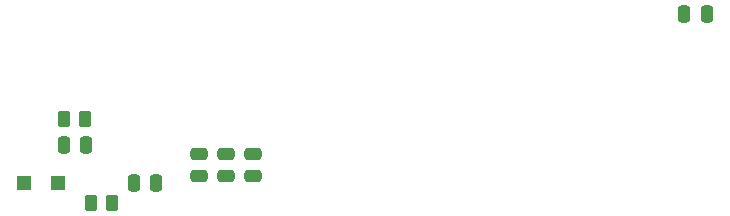
<source format=gbp>
%TF.GenerationSoftware,KiCad,Pcbnew,8.0.5*%
%TF.CreationDate,2024-10-11T09:15:34-05:00*%
%TF.ProjectId,Lab2_starter,4c616232-5f73-4746-9172-7465722e6b69,1*%
%TF.SameCoordinates,Original*%
%TF.FileFunction,Paste,Bot*%
%TF.FilePolarity,Positive*%
%FSLAX46Y46*%
G04 Gerber Fmt 4.6, Leading zero omitted, Abs format (unit mm)*
G04 Created by KiCad (PCBNEW 8.0.5) date 2024-10-11 09:15:34*
%MOMM*%
%LPD*%
G01*
G04 APERTURE LIST*
G04 Aperture macros list*
%AMRoundRect*
0 Rectangle with rounded corners*
0 $1 Rounding radius*
0 $2 $3 $4 $5 $6 $7 $8 $9 X,Y pos of 4 corners*
0 Add a 4 corners polygon primitive as box body*
4,1,4,$2,$3,$4,$5,$6,$7,$8,$9,$2,$3,0*
0 Add four circle primitives for the rounded corners*
1,1,$1+$1,$2,$3*
1,1,$1+$1,$4,$5*
1,1,$1+$1,$6,$7*
1,1,$1+$1,$8,$9*
0 Add four rect primitives between the rounded corners*
20,1,$1+$1,$2,$3,$4,$5,0*
20,1,$1+$1,$4,$5,$6,$7,0*
20,1,$1+$1,$6,$7,$8,$9,0*
20,1,$1+$1,$8,$9,$2,$3,0*%
G04 Aperture macros list end*
%ADD10RoundRect,0.250000X0.475000X-0.250000X0.475000X0.250000X-0.475000X0.250000X-0.475000X-0.250000X0*%
%ADD11RoundRect,0.250000X-0.262500X-0.450000X0.262500X-0.450000X0.262500X0.450000X-0.262500X0.450000X0*%
%ADD12R,1.200000X1.200000*%
%ADD13RoundRect,0.250000X-0.250000X-0.475000X0.250000X-0.475000X0.250000X0.475000X-0.250000X0.475000X0*%
%ADD14RoundRect,0.250000X0.250000X0.475000X-0.250000X0.475000X-0.250000X-0.475000X0.250000X-0.475000X0*%
G04 APERTURE END LIST*
D10*
%TO.C,C9*%
X114600000Y-117650000D03*
X114600000Y-115750000D03*
%TD*%
D11*
%TO.C,R4*%
X98570750Y-112800000D03*
X100395750Y-112800000D03*
%TD*%
D12*
%TO.C,D2*%
X98033250Y-118200000D03*
X95233250Y-118200000D03*
%TD*%
D13*
%TO.C,C4*%
X98583250Y-115000000D03*
X100483250Y-115000000D03*
%TD*%
%TO.C,C3*%
X104483250Y-118200000D03*
X106383250Y-118200000D03*
%TD*%
D14*
%TO.C,C17*%
X153000000Y-103900000D03*
X151100000Y-103900000D03*
%TD*%
D10*
%TO.C,C12*%
X112300000Y-117650000D03*
X112300000Y-115750000D03*
%TD*%
D11*
%TO.C,R3*%
X100833250Y-119900000D03*
X102658250Y-119900000D03*
%TD*%
D10*
%TO.C,C15*%
X110000000Y-117650000D03*
X110000000Y-115750000D03*
%TD*%
M02*

</source>
